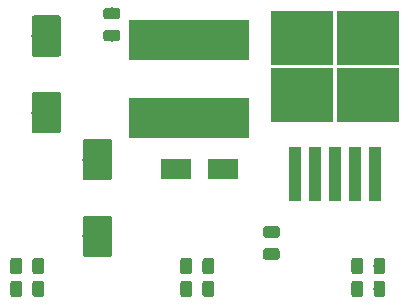
<source format=gbr>
G04 #@! TF.GenerationSoftware,KiCad,Pcbnew,(5.1.4)-1*
G04 #@! TF.CreationDate,2020-03-17T15:48:54+01:00*
G04 #@! TF.ProjectId,dispatch,64697370-6174-4636-982e-6b696361645f,rev?*
G04 #@! TF.SameCoordinates,Original*
G04 #@! TF.FileFunction,Paste,Top*
G04 #@! TF.FilePolarity,Positive*
%FSLAX46Y46*%
G04 Gerber Fmt 4.6, Leading zero omitted, Abs format (unit mm)*
G04 Created by KiCad (PCBNEW (5.1.4)-1) date 2020-03-17 15:48:54*
%MOMM*%
%LPD*%
G04 APERTURE LIST*
%ADD10C,0.100000*%
%ADD11C,0.975000*%
%ADD12C,2.500000*%
%ADD13R,2.500000X1.800000*%
%ADD14R,10.200000X3.500000*%
%ADD15R,1.100000X4.600000*%
%ADD16R,5.250000X4.550000*%
G04 APERTURE END LIST*
D10*
G36*
X87246542Y-69842174D02*
G01*
X87270203Y-69845684D01*
X87293407Y-69851496D01*
X87315929Y-69859554D01*
X87337553Y-69869782D01*
X87358070Y-69882079D01*
X87377283Y-69896329D01*
X87395007Y-69912393D01*
X87411071Y-69930117D01*
X87425321Y-69949330D01*
X87437618Y-69969847D01*
X87447846Y-69991471D01*
X87455904Y-70013993D01*
X87461716Y-70037197D01*
X87465226Y-70060858D01*
X87466400Y-70084750D01*
X87466400Y-70572250D01*
X87465226Y-70596142D01*
X87461716Y-70619803D01*
X87455904Y-70643007D01*
X87447846Y-70665529D01*
X87437618Y-70687153D01*
X87425321Y-70707670D01*
X87411071Y-70726883D01*
X87395007Y-70744607D01*
X87377283Y-70760671D01*
X87358070Y-70774921D01*
X87337553Y-70787218D01*
X87315929Y-70797446D01*
X87293407Y-70805504D01*
X87270203Y-70811316D01*
X87246542Y-70814826D01*
X87222650Y-70816000D01*
X86310150Y-70816000D01*
X86286258Y-70814826D01*
X86262597Y-70811316D01*
X86239393Y-70805504D01*
X86216871Y-70797446D01*
X86195247Y-70787218D01*
X86174730Y-70774921D01*
X86155517Y-70760671D01*
X86137793Y-70744607D01*
X86121729Y-70726883D01*
X86107479Y-70707670D01*
X86095182Y-70687153D01*
X86084954Y-70665529D01*
X86076896Y-70643007D01*
X86071084Y-70619803D01*
X86067574Y-70596142D01*
X86066400Y-70572250D01*
X86066400Y-70084750D01*
X86067574Y-70060858D01*
X86071084Y-70037197D01*
X86076896Y-70013993D01*
X86084954Y-69991471D01*
X86095182Y-69969847D01*
X86107479Y-69949330D01*
X86121729Y-69930117D01*
X86137793Y-69912393D01*
X86155517Y-69896329D01*
X86174730Y-69882079D01*
X86195247Y-69869782D01*
X86216871Y-69859554D01*
X86239393Y-69851496D01*
X86262597Y-69845684D01*
X86286258Y-69842174D01*
X86310150Y-69841000D01*
X87222650Y-69841000D01*
X87246542Y-69842174D01*
X87246542Y-69842174D01*
G37*
D11*
X86766400Y-70328500D03*
D10*
G36*
X87246542Y-71717174D02*
G01*
X87270203Y-71720684D01*
X87293407Y-71726496D01*
X87315929Y-71734554D01*
X87337553Y-71744782D01*
X87358070Y-71757079D01*
X87377283Y-71771329D01*
X87395007Y-71787393D01*
X87411071Y-71805117D01*
X87425321Y-71824330D01*
X87437618Y-71844847D01*
X87447846Y-71866471D01*
X87455904Y-71888993D01*
X87461716Y-71912197D01*
X87465226Y-71935858D01*
X87466400Y-71959750D01*
X87466400Y-72447250D01*
X87465226Y-72471142D01*
X87461716Y-72494803D01*
X87455904Y-72518007D01*
X87447846Y-72540529D01*
X87437618Y-72562153D01*
X87425321Y-72582670D01*
X87411071Y-72601883D01*
X87395007Y-72619607D01*
X87377283Y-72635671D01*
X87358070Y-72649921D01*
X87337553Y-72662218D01*
X87315929Y-72672446D01*
X87293407Y-72680504D01*
X87270203Y-72686316D01*
X87246542Y-72689826D01*
X87222650Y-72691000D01*
X86310150Y-72691000D01*
X86286258Y-72689826D01*
X86262597Y-72686316D01*
X86239393Y-72680504D01*
X86216871Y-72672446D01*
X86195247Y-72662218D01*
X86174730Y-72649921D01*
X86155517Y-72635671D01*
X86137793Y-72619607D01*
X86121729Y-72601883D01*
X86107479Y-72582670D01*
X86095182Y-72562153D01*
X86084954Y-72540529D01*
X86076896Y-72518007D01*
X86071084Y-72494803D01*
X86067574Y-72471142D01*
X86066400Y-72447250D01*
X86066400Y-71959750D01*
X86067574Y-71935858D01*
X86071084Y-71912197D01*
X86076896Y-71888993D01*
X86084954Y-71866471D01*
X86095182Y-71844847D01*
X86107479Y-71824330D01*
X86121729Y-71805117D01*
X86137793Y-71787393D01*
X86155517Y-71771329D01*
X86174730Y-71757079D01*
X86195247Y-71744782D01*
X86216871Y-71734554D01*
X86239393Y-71726496D01*
X86262597Y-71720684D01*
X86286258Y-71717174D01*
X86310150Y-71716000D01*
X87222650Y-71716000D01*
X87246542Y-71717174D01*
X87246542Y-71717174D01*
G37*
D11*
X86766400Y-72203500D03*
D10*
G36*
X82253704Y-76983604D02*
G01*
X82277973Y-76987204D01*
X82301771Y-76993165D01*
X82324871Y-77001430D01*
X82347049Y-77011920D01*
X82368093Y-77024533D01*
X82387798Y-77039147D01*
X82405977Y-77055623D01*
X82422453Y-77073802D01*
X82437067Y-77093507D01*
X82449680Y-77114551D01*
X82460170Y-77136729D01*
X82468435Y-77159829D01*
X82474396Y-77183627D01*
X82477996Y-77207896D01*
X82479200Y-77232400D01*
X82479200Y-80232400D01*
X82477996Y-80256904D01*
X82474396Y-80281173D01*
X82468435Y-80304971D01*
X82460170Y-80328071D01*
X82449680Y-80350249D01*
X82437067Y-80371293D01*
X82422453Y-80390998D01*
X82405977Y-80409177D01*
X82387798Y-80425653D01*
X82368093Y-80440267D01*
X82347049Y-80452880D01*
X82324871Y-80463370D01*
X82301771Y-80471635D01*
X82277973Y-80477596D01*
X82253704Y-80481196D01*
X82229200Y-80482400D01*
X80229200Y-80482400D01*
X80204696Y-80481196D01*
X80180427Y-80477596D01*
X80156629Y-80471635D01*
X80133529Y-80463370D01*
X80111351Y-80452880D01*
X80090307Y-80440267D01*
X80070602Y-80425653D01*
X80052423Y-80409177D01*
X80035947Y-80390998D01*
X80021333Y-80371293D01*
X80008720Y-80350249D01*
X79998230Y-80328071D01*
X79989965Y-80304971D01*
X79984004Y-80281173D01*
X79980404Y-80256904D01*
X79979200Y-80232400D01*
X79979200Y-77232400D01*
X79980404Y-77207896D01*
X79984004Y-77183627D01*
X79989965Y-77159829D01*
X79998230Y-77136729D01*
X80008720Y-77114551D01*
X80021333Y-77093507D01*
X80035947Y-77073802D01*
X80052423Y-77055623D01*
X80070602Y-77039147D01*
X80090307Y-77024533D01*
X80111351Y-77011920D01*
X80133529Y-77001430D01*
X80156629Y-76993165D01*
X80180427Y-76987204D01*
X80204696Y-76983604D01*
X80229200Y-76982400D01*
X82229200Y-76982400D01*
X82253704Y-76983604D01*
X82253704Y-76983604D01*
G37*
D12*
X81229200Y-78732400D03*
D10*
G36*
X82253704Y-70483604D02*
G01*
X82277973Y-70487204D01*
X82301771Y-70493165D01*
X82324871Y-70501430D01*
X82347049Y-70511920D01*
X82368093Y-70524533D01*
X82387798Y-70539147D01*
X82405977Y-70555623D01*
X82422453Y-70573802D01*
X82437067Y-70593507D01*
X82449680Y-70614551D01*
X82460170Y-70636729D01*
X82468435Y-70659829D01*
X82474396Y-70683627D01*
X82477996Y-70707896D01*
X82479200Y-70732400D01*
X82479200Y-73732400D01*
X82477996Y-73756904D01*
X82474396Y-73781173D01*
X82468435Y-73804971D01*
X82460170Y-73828071D01*
X82449680Y-73850249D01*
X82437067Y-73871293D01*
X82422453Y-73890998D01*
X82405977Y-73909177D01*
X82387798Y-73925653D01*
X82368093Y-73940267D01*
X82347049Y-73952880D01*
X82324871Y-73963370D01*
X82301771Y-73971635D01*
X82277973Y-73977596D01*
X82253704Y-73981196D01*
X82229200Y-73982400D01*
X80229200Y-73982400D01*
X80204696Y-73981196D01*
X80180427Y-73977596D01*
X80156629Y-73971635D01*
X80133529Y-73963370D01*
X80111351Y-73952880D01*
X80090307Y-73940267D01*
X80070602Y-73925653D01*
X80052423Y-73909177D01*
X80035947Y-73890998D01*
X80021333Y-73871293D01*
X80008720Y-73850249D01*
X79998230Y-73828071D01*
X79989965Y-73804971D01*
X79984004Y-73781173D01*
X79980404Y-73756904D01*
X79979200Y-73732400D01*
X79979200Y-70732400D01*
X79980404Y-70707896D01*
X79984004Y-70683627D01*
X79989965Y-70659829D01*
X79998230Y-70636729D01*
X80008720Y-70614551D01*
X80021333Y-70593507D01*
X80035947Y-70573802D01*
X80052423Y-70555623D01*
X80070602Y-70539147D01*
X80090307Y-70524533D01*
X80111351Y-70511920D01*
X80133529Y-70501430D01*
X80156629Y-70493165D01*
X80180427Y-70487204D01*
X80204696Y-70483604D01*
X80229200Y-70482400D01*
X82229200Y-70482400D01*
X82253704Y-70483604D01*
X82253704Y-70483604D01*
G37*
D12*
X81229200Y-72232400D03*
D10*
G36*
X86571704Y-80948404D02*
G01*
X86595973Y-80952004D01*
X86619771Y-80957965D01*
X86642871Y-80966230D01*
X86665049Y-80976720D01*
X86686093Y-80989333D01*
X86705798Y-81003947D01*
X86723977Y-81020423D01*
X86740453Y-81038602D01*
X86755067Y-81058307D01*
X86767680Y-81079351D01*
X86778170Y-81101529D01*
X86786435Y-81124629D01*
X86792396Y-81148427D01*
X86795996Y-81172696D01*
X86797200Y-81197200D01*
X86797200Y-84197200D01*
X86795996Y-84221704D01*
X86792396Y-84245973D01*
X86786435Y-84269771D01*
X86778170Y-84292871D01*
X86767680Y-84315049D01*
X86755067Y-84336093D01*
X86740453Y-84355798D01*
X86723977Y-84373977D01*
X86705798Y-84390453D01*
X86686093Y-84405067D01*
X86665049Y-84417680D01*
X86642871Y-84428170D01*
X86619771Y-84436435D01*
X86595973Y-84442396D01*
X86571704Y-84445996D01*
X86547200Y-84447200D01*
X84547200Y-84447200D01*
X84522696Y-84445996D01*
X84498427Y-84442396D01*
X84474629Y-84436435D01*
X84451529Y-84428170D01*
X84429351Y-84417680D01*
X84408307Y-84405067D01*
X84388602Y-84390453D01*
X84370423Y-84373977D01*
X84353947Y-84355798D01*
X84339333Y-84336093D01*
X84326720Y-84315049D01*
X84316230Y-84292871D01*
X84307965Y-84269771D01*
X84302004Y-84245973D01*
X84298404Y-84221704D01*
X84297200Y-84197200D01*
X84297200Y-81197200D01*
X84298404Y-81172696D01*
X84302004Y-81148427D01*
X84307965Y-81124629D01*
X84316230Y-81101529D01*
X84326720Y-81079351D01*
X84339333Y-81058307D01*
X84353947Y-81038602D01*
X84370423Y-81020423D01*
X84388602Y-81003947D01*
X84408307Y-80989333D01*
X84429351Y-80976720D01*
X84451529Y-80966230D01*
X84474629Y-80957965D01*
X84498427Y-80952004D01*
X84522696Y-80948404D01*
X84547200Y-80947200D01*
X86547200Y-80947200D01*
X86571704Y-80948404D01*
X86571704Y-80948404D01*
G37*
D12*
X85547200Y-82697200D03*
D10*
G36*
X86571704Y-87448404D02*
G01*
X86595973Y-87452004D01*
X86619771Y-87457965D01*
X86642871Y-87466230D01*
X86665049Y-87476720D01*
X86686093Y-87489333D01*
X86705798Y-87503947D01*
X86723977Y-87520423D01*
X86740453Y-87538602D01*
X86755067Y-87558307D01*
X86767680Y-87579351D01*
X86778170Y-87601529D01*
X86786435Y-87624629D01*
X86792396Y-87648427D01*
X86795996Y-87672696D01*
X86797200Y-87697200D01*
X86797200Y-90697200D01*
X86795996Y-90721704D01*
X86792396Y-90745973D01*
X86786435Y-90769771D01*
X86778170Y-90792871D01*
X86767680Y-90815049D01*
X86755067Y-90836093D01*
X86740453Y-90855798D01*
X86723977Y-90873977D01*
X86705798Y-90890453D01*
X86686093Y-90905067D01*
X86665049Y-90917680D01*
X86642871Y-90928170D01*
X86619771Y-90936435D01*
X86595973Y-90942396D01*
X86571704Y-90945996D01*
X86547200Y-90947200D01*
X84547200Y-90947200D01*
X84522696Y-90945996D01*
X84498427Y-90942396D01*
X84474629Y-90936435D01*
X84451529Y-90928170D01*
X84429351Y-90917680D01*
X84408307Y-90905067D01*
X84388602Y-90890453D01*
X84370423Y-90873977D01*
X84353947Y-90855798D01*
X84339333Y-90836093D01*
X84326720Y-90815049D01*
X84316230Y-90792871D01*
X84307965Y-90769771D01*
X84302004Y-90745973D01*
X84298404Y-90721704D01*
X84297200Y-90697200D01*
X84297200Y-87697200D01*
X84298404Y-87672696D01*
X84302004Y-87648427D01*
X84307965Y-87624629D01*
X84316230Y-87601529D01*
X84326720Y-87579351D01*
X84339333Y-87558307D01*
X84353947Y-87538602D01*
X84370423Y-87520423D01*
X84388602Y-87503947D01*
X84408307Y-87489333D01*
X84429351Y-87476720D01*
X84451529Y-87466230D01*
X84474629Y-87457965D01*
X84498427Y-87452004D01*
X84522696Y-87448404D01*
X84547200Y-87447200D01*
X86547200Y-87447200D01*
X86571704Y-87448404D01*
X86571704Y-87448404D01*
G37*
D12*
X85547200Y-89197200D03*
D10*
G36*
X95205142Y-91014174D02*
G01*
X95228803Y-91017684D01*
X95252007Y-91023496D01*
X95274529Y-91031554D01*
X95296153Y-91041782D01*
X95316670Y-91054079D01*
X95335883Y-91068329D01*
X95353607Y-91084393D01*
X95369671Y-91102117D01*
X95383921Y-91121330D01*
X95396218Y-91141847D01*
X95406446Y-91163471D01*
X95414504Y-91185993D01*
X95420316Y-91209197D01*
X95423826Y-91232858D01*
X95425000Y-91256750D01*
X95425000Y-92169250D01*
X95423826Y-92193142D01*
X95420316Y-92216803D01*
X95414504Y-92240007D01*
X95406446Y-92262529D01*
X95396218Y-92284153D01*
X95383921Y-92304670D01*
X95369671Y-92323883D01*
X95353607Y-92341607D01*
X95335883Y-92357671D01*
X95316670Y-92371921D01*
X95296153Y-92384218D01*
X95274529Y-92394446D01*
X95252007Y-92402504D01*
X95228803Y-92408316D01*
X95205142Y-92411826D01*
X95181250Y-92413000D01*
X94693750Y-92413000D01*
X94669858Y-92411826D01*
X94646197Y-92408316D01*
X94622993Y-92402504D01*
X94600471Y-92394446D01*
X94578847Y-92384218D01*
X94558330Y-92371921D01*
X94539117Y-92357671D01*
X94521393Y-92341607D01*
X94505329Y-92323883D01*
X94491079Y-92304670D01*
X94478782Y-92284153D01*
X94468554Y-92262529D01*
X94460496Y-92240007D01*
X94454684Y-92216803D01*
X94451174Y-92193142D01*
X94450000Y-92169250D01*
X94450000Y-91256750D01*
X94451174Y-91232858D01*
X94454684Y-91209197D01*
X94460496Y-91185993D01*
X94468554Y-91163471D01*
X94478782Y-91141847D01*
X94491079Y-91121330D01*
X94505329Y-91102117D01*
X94521393Y-91084393D01*
X94539117Y-91068329D01*
X94558330Y-91054079D01*
X94578847Y-91041782D01*
X94600471Y-91031554D01*
X94622993Y-91023496D01*
X94646197Y-91017684D01*
X94669858Y-91014174D01*
X94693750Y-91013000D01*
X95181250Y-91013000D01*
X95205142Y-91014174D01*
X95205142Y-91014174D01*
G37*
D11*
X94937500Y-91713000D03*
D10*
G36*
X93330142Y-91014174D02*
G01*
X93353803Y-91017684D01*
X93377007Y-91023496D01*
X93399529Y-91031554D01*
X93421153Y-91041782D01*
X93441670Y-91054079D01*
X93460883Y-91068329D01*
X93478607Y-91084393D01*
X93494671Y-91102117D01*
X93508921Y-91121330D01*
X93521218Y-91141847D01*
X93531446Y-91163471D01*
X93539504Y-91185993D01*
X93545316Y-91209197D01*
X93548826Y-91232858D01*
X93550000Y-91256750D01*
X93550000Y-92169250D01*
X93548826Y-92193142D01*
X93545316Y-92216803D01*
X93539504Y-92240007D01*
X93531446Y-92262529D01*
X93521218Y-92284153D01*
X93508921Y-92304670D01*
X93494671Y-92323883D01*
X93478607Y-92341607D01*
X93460883Y-92357671D01*
X93441670Y-92371921D01*
X93421153Y-92384218D01*
X93399529Y-92394446D01*
X93377007Y-92402504D01*
X93353803Y-92408316D01*
X93330142Y-92411826D01*
X93306250Y-92413000D01*
X92818750Y-92413000D01*
X92794858Y-92411826D01*
X92771197Y-92408316D01*
X92747993Y-92402504D01*
X92725471Y-92394446D01*
X92703847Y-92384218D01*
X92683330Y-92371921D01*
X92664117Y-92357671D01*
X92646393Y-92341607D01*
X92630329Y-92323883D01*
X92616079Y-92304670D01*
X92603782Y-92284153D01*
X92593554Y-92262529D01*
X92585496Y-92240007D01*
X92579684Y-92216803D01*
X92576174Y-92193142D01*
X92575000Y-92169250D01*
X92575000Y-91256750D01*
X92576174Y-91232858D01*
X92579684Y-91209197D01*
X92585496Y-91185993D01*
X92593554Y-91163471D01*
X92603782Y-91141847D01*
X92616079Y-91121330D01*
X92630329Y-91102117D01*
X92646393Y-91084393D01*
X92664117Y-91068329D01*
X92683330Y-91054079D01*
X92703847Y-91041782D01*
X92725471Y-91031554D01*
X92747993Y-91023496D01*
X92771197Y-91017684D01*
X92794858Y-91014174D01*
X92818750Y-91013000D01*
X93306250Y-91013000D01*
X93330142Y-91014174D01*
X93330142Y-91014174D01*
G37*
D11*
X93062500Y-91713000D03*
D10*
G36*
X80810142Y-91014174D02*
G01*
X80833803Y-91017684D01*
X80857007Y-91023496D01*
X80879529Y-91031554D01*
X80901153Y-91041782D01*
X80921670Y-91054079D01*
X80940883Y-91068329D01*
X80958607Y-91084393D01*
X80974671Y-91102117D01*
X80988921Y-91121330D01*
X81001218Y-91141847D01*
X81011446Y-91163471D01*
X81019504Y-91185993D01*
X81025316Y-91209197D01*
X81028826Y-91232858D01*
X81030000Y-91256750D01*
X81030000Y-92169250D01*
X81028826Y-92193142D01*
X81025316Y-92216803D01*
X81019504Y-92240007D01*
X81011446Y-92262529D01*
X81001218Y-92284153D01*
X80988921Y-92304670D01*
X80974671Y-92323883D01*
X80958607Y-92341607D01*
X80940883Y-92357671D01*
X80921670Y-92371921D01*
X80901153Y-92384218D01*
X80879529Y-92394446D01*
X80857007Y-92402504D01*
X80833803Y-92408316D01*
X80810142Y-92411826D01*
X80786250Y-92413000D01*
X80298750Y-92413000D01*
X80274858Y-92411826D01*
X80251197Y-92408316D01*
X80227993Y-92402504D01*
X80205471Y-92394446D01*
X80183847Y-92384218D01*
X80163330Y-92371921D01*
X80144117Y-92357671D01*
X80126393Y-92341607D01*
X80110329Y-92323883D01*
X80096079Y-92304670D01*
X80083782Y-92284153D01*
X80073554Y-92262529D01*
X80065496Y-92240007D01*
X80059684Y-92216803D01*
X80056174Y-92193142D01*
X80055000Y-92169250D01*
X80055000Y-91256750D01*
X80056174Y-91232858D01*
X80059684Y-91209197D01*
X80065496Y-91185993D01*
X80073554Y-91163471D01*
X80083782Y-91141847D01*
X80096079Y-91121330D01*
X80110329Y-91102117D01*
X80126393Y-91084393D01*
X80144117Y-91068329D01*
X80163330Y-91054079D01*
X80183847Y-91041782D01*
X80205471Y-91031554D01*
X80227993Y-91023496D01*
X80251197Y-91017684D01*
X80274858Y-91014174D01*
X80298750Y-91013000D01*
X80786250Y-91013000D01*
X80810142Y-91014174D01*
X80810142Y-91014174D01*
G37*
D11*
X80542500Y-91713000D03*
D10*
G36*
X78935142Y-91014174D02*
G01*
X78958803Y-91017684D01*
X78982007Y-91023496D01*
X79004529Y-91031554D01*
X79026153Y-91041782D01*
X79046670Y-91054079D01*
X79065883Y-91068329D01*
X79083607Y-91084393D01*
X79099671Y-91102117D01*
X79113921Y-91121330D01*
X79126218Y-91141847D01*
X79136446Y-91163471D01*
X79144504Y-91185993D01*
X79150316Y-91209197D01*
X79153826Y-91232858D01*
X79155000Y-91256750D01*
X79155000Y-92169250D01*
X79153826Y-92193142D01*
X79150316Y-92216803D01*
X79144504Y-92240007D01*
X79136446Y-92262529D01*
X79126218Y-92284153D01*
X79113921Y-92304670D01*
X79099671Y-92323883D01*
X79083607Y-92341607D01*
X79065883Y-92357671D01*
X79046670Y-92371921D01*
X79026153Y-92384218D01*
X79004529Y-92394446D01*
X78982007Y-92402504D01*
X78958803Y-92408316D01*
X78935142Y-92411826D01*
X78911250Y-92413000D01*
X78423750Y-92413000D01*
X78399858Y-92411826D01*
X78376197Y-92408316D01*
X78352993Y-92402504D01*
X78330471Y-92394446D01*
X78308847Y-92384218D01*
X78288330Y-92371921D01*
X78269117Y-92357671D01*
X78251393Y-92341607D01*
X78235329Y-92323883D01*
X78221079Y-92304670D01*
X78208782Y-92284153D01*
X78198554Y-92262529D01*
X78190496Y-92240007D01*
X78184684Y-92216803D01*
X78181174Y-92193142D01*
X78180000Y-92169250D01*
X78180000Y-91256750D01*
X78181174Y-91232858D01*
X78184684Y-91209197D01*
X78190496Y-91185993D01*
X78198554Y-91163471D01*
X78208782Y-91141847D01*
X78221079Y-91121330D01*
X78235329Y-91102117D01*
X78251393Y-91084393D01*
X78269117Y-91068329D01*
X78288330Y-91054079D01*
X78308847Y-91041782D01*
X78330471Y-91031554D01*
X78352993Y-91023496D01*
X78376197Y-91017684D01*
X78399858Y-91014174D01*
X78423750Y-91013000D01*
X78911250Y-91013000D01*
X78935142Y-91014174D01*
X78935142Y-91014174D01*
G37*
D11*
X78667500Y-91713000D03*
D10*
G36*
X109690842Y-91014174D02*
G01*
X109714503Y-91017684D01*
X109737707Y-91023496D01*
X109760229Y-91031554D01*
X109781853Y-91041782D01*
X109802370Y-91054079D01*
X109821583Y-91068329D01*
X109839307Y-91084393D01*
X109855371Y-91102117D01*
X109869621Y-91121330D01*
X109881918Y-91141847D01*
X109892146Y-91163471D01*
X109900204Y-91185993D01*
X109906016Y-91209197D01*
X109909526Y-91232858D01*
X109910700Y-91256750D01*
X109910700Y-92169250D01*
X109909526Y-92193142D01*
X109906016Y-92216803D01*
X109900204Y-92240007D01*
X109892146Y-92262529D01*
X109881918Y-92284153D01*
X109869621Y-92304670D01*
X109855371Y-92323883D01*
X109839307Y-92341607D01*
X109821583Y-92357671D01*
X109802370Y-92371921D01*
X109781853Y-92384218D01*
X109760229Y-92394446D01*
X109737707Y-92402504D01*
X109714503Y-92408316D01*
X109690842Y-92411826D01*
X109666950Y-92413000D01*
X109179450Y-92413000D01*
X109155558Y-92411826D01*
X109131897Y-92408316D01*
X109108693Y-92402504D01*
X109086171Y-92394446D01*
X109064547Y-92384218D01*
X109044030Y-92371921D01*
X109024817Y-92357671D01*
X109007093Y-92341607D01*
X108991029Y-92323883D01*
X108976779Y-92304670D01*
X108964482Y-92284153D01*
X108954254Y-92262529D01*
X108946196Y-92240007D01*
X108940384Y-92216803D01*
X108936874Y-92193142D01*
X108935700Y-92169250D01*
X108935700Y-91256750D01*
X108936874Y-91232858D01*
X108940384Y-91209197D01*
X108946196Y-91185993D01*
X108954254Y-91163471D01*
X108964482Y-91141847D01*
X108976779Y-91121330D01*
X108991029Y-91102117D01*
X109007093Y-91084393D01*
X109024817Y-91068329D01*
X109044030Y-91054079D01*
X109064547Y-91041782D01*
X109086171Y-91031554D01*
X109108693Y-91023496D01*
X109131897Y-91017684D01*
X109155558Y-91014174D01*
X109179450Y-91013000D01*
X109666950Y-91013000D01*
X109690842Y-91014174D01*
X109690842Y-91014174D01*
G37*
D11*
X109423200Y-91713000D03*
D10*
G36*
X107815842Y-91014174D02*
G01*
X107839503Y-91017684D01*
X107862707Y-91023496D01*
X107885229Y-91031554D01*
X107906853Y-91041782D01*
X107927370Y-91054079D01*
X107946583Y-91068329D01*
X107964307Y-91084393D01*
X107980371Y-91102117D01*
X107994621Y-91121330D01*
X108006918Y-91141847D01*
X108017146Y-91163471D01*
X108025204Y-91185993D01*
X108031016Y-91209197D01*
X108034526Y-91232858D01*
X108035700Y-91256750D01*
X108035700Y-92169250D01*
X108034526Y-92193142D01*
X108031016Y-92216803D01*
X108025204Y-92240007D01*
X108017146Y-92262529D01*
X108006918Y-92284153D01*
X107994621Y-92304670D01*
X107980371Y-92323883D01*
X107964307Y-92341607D01*
X107946583Y-92357671D01*
X107927370Y-92371921D01*
X107906853Y-92384218D01*
X107885229Y-92394446D01*
X107862707Y-92402504D01*
X107839503Y-92408316D01*
X107815842Y-92411826D01*
X107791950Y-92413000D01*
X107304450Y-92413000D01*
X107280558Y-92411826D01*
X107256897Y-92408316D01*
X107233693Y-92402504D01*
X107211171Y-92394446D01*
X107189547Y-92384218D01*
X107169030Y-92371921D01*
X107149817Y-92357671D01*
X107132093Y-92341607D01*
X107116029Y-92323883D01*
X107101779Y-92304670D01*
X107089482Y-92284153D01*
X107079254Y-92262529D01*
X107071196Y-92240007D01*
X107065384Y-92216803D01*
X107061874Y-92193142D01*
X107060700Y-92169250D01*
X107060700Y-91256750D01*
X107061874Y-91232858D01*
X107065384Y-91209197D01*
X107071196Y-91185993D01*
X107079254Y-91163471D01*
X107089482Y-91141847D01*
X107101779Y-91121330D01*
X107116029Y-91102117D01*
X107132093Y-91084393D01*
X107149817Y-91068329D01*
X107169030Y-91054079D01*
X107189547Y-91041782D01*
X107211171Y-91031554D01*
X107233693Y-91023496D01*
X107256897Y-91017684D01*
X107280558Y-91014174D01*
X107304450Y-91013000D01*
X107791950Y-91013000D01*
X107815842Y-91014174D01*
X107815842Y-91014174D01*
G37*
D11*
X107548200Y-91713000D03*
D10*
G36*
X95205142Y-92944574D02*
G01*
X95228803Y-92948084D01*
X95252007Y-92953896D01*
X95274529Y-92961954D01*
X95296153Y-92972182D01*
X95316670Y-92984479D01*
X95335883Y-92998729D01*
X95353607Y-93014793D01*
X95369671Y-93032517D01*
X95383921Y-93051730D01*
X95396218Y-93072247D01*
X95406446Y-93093871D01*
X95414504Y-93116393D01*
X95420316Y-93139597D01*
X95423826Y-93163258D01*
X95425000Y-93187150D01*
X95425000Y-94099650D01*
X95423826Y-94123542D01*
X95420316Y-94147203D01*
X95414504Y-94170407D01*
X95406446Y-94192929D01*
X95396218Y-94214553D01*
X95383921Y-94235070D01*
X95369671Y-94254283D01*
X95353607Y-94272007D01*
X95335883Y-94288071D01*
X95316670Y-94302321D01*
X95296153Y-94314618D01*
X95274529Y-94324846D01*
X95252007Y-94332904D01*
X95228803Y-94338716D01*
X95205142Y-94342226D01*
X95181250Y-94343400D01*
X94693750Y-94343400D01*
X94669858Y-94342226D01*
X94646197Y-94338716D01*
X94622993Y-94332904D01*
X94600471Y-94324846D01*
X94578847Y-94314618D01*
X94558330Y-94302321D01*
X94539117Y-94288071D01*
X94521393Y-94272007D01*
X94505329Y-94254283D01*
X94491079Y-94235070D01*
X94478782Y-94214553D01*
X94468554Y-94192929D01*
X94460496Y-94170407D01*
X94454684Y-94147203D01*
X94451174Y-94123542D01*
X94450000Y-94099650D01*
X94450000Y-93187150D01*
X94451174Y-93163258D01*
X94454684Y-93139597D01*
X94460496Y-93116393D01*
X94468554Y-93093871D01*
X94478782Y-93072247D01*
X94491079Y-93051730D01*
X94505329Y-93032517D01*
X94521393Y-93014793D01*
X94539117Y-92998729D01*
X94558330Y-92984479D01*
X94578847Y-92972182D01*
X94600471Y-92961954D01*
X94622993Y-92953896D01*
X94646197Y-92948084D01*
X94669858Y-92944574D01*
X94693750Y-92943400D01*
X95181250Y-92943400D01*
X95205142Y-92944574D01*
X95205142Y-92944574D01*
G37*
D11*
X94937500Y-93643400D03*
D10*
G36*
X93330142Y-92944574D02*
G01*
X93353803Y-92948084D01*
X93377007Y-92953896D01*
X93399529Y-92961954D01*
X93421153Y-92972182D01*
X93441670Y-92984479D01*
X93460883Y-92998729D01*
X93478607Y-93014793D01*
X93494671Y-93032517D01*
X93508921Y-93051730D01*
X93521218Y-93072247D01*
X93531446Y-93093871D01*
X93539504Y-93116393D01*
X93545316Y-93139597D01*
X93548826Y-93163258D01*
X93550000Y-93187150D01*
X93550000Y-94099650D01*
X93548826Y-94123542D01*
X93545316Y-94147203D01*
X93539504Y-94170407D01*
X93531446Y-94192929D01*
X93521218Y-94214553D01*
X93508921Y-94235070D01*
X93494671Y-94254283D01*
X93478607Y-94272007D01*
X93460883Y-94288071D01*
X93441670Y-94302321D01*
X93421153Y-94314618D01*
X93399529Y-94324846D01*
X93377007Y-94332904D01*
X93353803Y-94338716D01*
X93330142Y-94342226D01*
X93306250Y-94343400D01*
X92818750Y-94343400D01*
X92794858Y-94342226D01*
X92771197Y-94338716D01*
X92747993Y-94332904D01*
X92725471Y-94324846D01*
X92703847Y-94314618D01*
X92683330Y-94302321D01*
X92664117Y-94288071D01*
X92646393Y-94272007D01*
X92630329Y-94254283D01*
X92616079Y-94235070D01*
X92603782Y-94214553D01*
X92593554Y-94192929D01*
X92585496Y-94170407D01*
X92579684Y-94147203D01*
X92576174Y-94123542D01*
X92575000Y-94099650D01*
X92575000Y-93187150D01*
X92576174Y-93163258D01*
X92579684Y-93139597D01*
X92585496Y-93116393D01*
X92593554Y-93093871D01*
X92603782Y-93072247D01*
X92616079Y-93051730D01*
X92630329Y-93032517D01*
X92646393Y-93014793D01*
X92664117Y-92998729D01*
X92683330Y-92984479D01*
X92703847Y-92972182D01*
X92725471Y-92961954D01*
X92747993Y-92953896D01*
X92771197Y-92948084D01*
X92794858Y-92944574D01*
X92818750Y-92943400D01*
X93306250Y-92943400D01*
X93330142Y-92944574D01*
X93330142Y-92944574D01*
G37*
D11*
X93062500Y-93643400D03*
D10*
G36*
X80810142Y-92944574D02*
G01*
X80833803Y-92948084D01*
X80857007Y-92953896D01*
X80879529Y-92961954D01*
X80901153Y-92972182D01*
X80921670Y-92984479D01*
X80940883Y-92998729D01*
X80958607Y-93014793D01*
X80974671Y-93032517D01*
X80988921Y-93051730D01*
X81001218Y-93072247D01*
X81011446Y-93093871D01*
X81019504Y-93116393D01*
X81025316Y-93139597D01*
X81028826Y-93163258D01*
X81030000Y-93187150D01*
X81030000Y-94099650D01*
X81028826Y-94123542D01*
X81025316Y-94147203D01*
X81019504Y-94170407D01*
X81011446Y-94192929D01*
X81001218Y-94214553D01*
X80988921Y-94235070D01*
X80974671Y-94254283D01*
X80958607Y-94272007D01*
X80940883Y-94288071D01*
X80921670Y-94302321D01*
X80901153Y-94314618D01*
X80879529Y-94324846D01*
X80857007Y-94332904D01*
X80833803Y-94338716D01*
X80810142Y-94342226D01*
X80786250Y-94343400D01*
X80298750Y-94343400D01*
X80274858Y-94342226D01*
X80251197Y-94338716D01*
X80227993Y-94332904D01*
X80205471Y-94324846D01*
X80183847Y-94314618D01*
X80163330Y-94302321D01*
X80144117Y-94288071D01*
X80126393Y-94272007D01*
X80110329Y-94254283D01*
X80096079Y-94235070D01*
X80083782Y-94214553D01*
X80073554Y-94192929D01*
X80065496Y-94170407D01*
X80059684Y-94147203D01*
X80056174Y-94123542D01*
X80055000Y-94099650D01*
X80055000Y-93187150D01*
X80056174Y-93163258D01*
X80059684Y-93139597D01*
X80065496Y-93116393D01*
X80073554Y-93093871D01*
X80083782Y-93072247D01*
X80096079Y-93051730D01*
X80110329Y-93032517D01*
X80126393Y-93014793D01*
X80144117Y-92998729D01*
X80163330Y-92984479D01*
X80183847Y-92972182D01*
X80205471Y-92961954D01*
X80227993Y-92953896D01*
X80251197Y-92948084D01*
X80274858Y-92944574D01*
X80298750Y-92943400D01*
X80786250Y-92943400D01*
X80810142Y-92944574D01*
X80810142Y-92944574D01*
G37*
D11*
X80542500Y-93643400D03*
D10*
G36*
X78935142Y-92944574D02*
G01*
X78958803Y-92948084D01*
X78982007Y-92953896D01*
X79004529Y-92961954D01*
X79026153Y-92972182D01*
X79046670Y-92984479D01*
X79065883Y-92998729D01*
X79083607Y-93014793D01*
X79099671Y-93032517D01*
X79113921Y-93051730D01*
X79126218Y-93072247D01*
X79136446Y-93093871D01*
X79144504Y-93116393D01*
X79150316Y-93139597D01*
X79153826Y-93163258D01*
X79155000Y-93187150D01*
X79155000Y-94099650D01*
X79153826Y-94123542D01*
X79150316Y-94147203D01*
X79144504Y-94170407D01*
X79136446Y-94192929D01*
X79126218Y-94214553D01*
X79113921Y-94235070D01*
X79099671Y-94254283D01*
X79083607Y-94272007D01*
X79065883Y-94288071D01*
X79046670Y-94302321D01*
X79026153Y-94314618D01*
X79004529Y-94324846D01*
X78982007Y-94332904D01*
X78958803Y-94338716D01*
X78935142Y-94342226D01*
X78911250Y-94343400D01*
X78423750Y-94343400D01*
X78399858Y-94342226D01*
X78376197Y-94338716D01*
X78352993Y-94332904D01*
X78330471Y-94324846D01*
X78308847Y-94314618D01*
X78288330Y-94302321D01*
X78269117Y-94288071D01*
X78251393Y-94272007D01*
X78235329Y-94254283D01*
X78221079Y-94235070D01*
X78208782Y-94214553D01*
X78198554Y-94192929D01*
X78190496Y-94170407D01*
X78184684Y-94147203D01*
X78181174Y-94123542D01*
X78180000Y-94099650D01*
X78180000Y-93187150D01*
X78181174Y-93163258D01*
X78184684Y-93139597D01*
X78190496Y-93116393D01*
X78198554Y-93093871D01*
X78208782Y-93072247D01*
X78221079Y-93051730D01*
X78235329Y-93032517D01*
X78251393Y-93014793D01*
X78269117Y-92998729D01*
X78288330Y-92984479D01*
X78308847Y-92972182D01*
X78330471Y-92961954D01*
X78352993Y-92953896D01*
X78376197Y-92948084D01*
X78399858Y-92944574D01*
X78423750Y-92943400D01*
X78911250Y-92943400D01*
X78935142Y-92944574D01*
X78935142Y-92944574D01*
G37*
D11*
X78667500Y-93643400D03*
D10*
G36*
X109688542Y-92944574D02*
G01*
X109712203Y-92948084D01*
X109735407Y-92953896D01*
X109757929Y-92961954D01*
X109779553Y-92972182D01*
X109800070Y-92984479D01*
X109819283Y-92998729D01*
X109837007Y-93014793D01*
X109853071Y-93032517D01*
X109867321Y-93051730D01*
X109879618Y-93072247D01*
X109889846Y-93093871D01*
X109897904Y-93116393D01*
X109903716Y-93139597D01*
X109907226Y-93163258D01*
X109908400Y-93187150D01*
X109908400Y-94099650D01*
X109907226Y-94123542D01*
X109903716Y-94147203D01*
X109897904Y-94170407D01*
X109889846Y-94192929D01*
X109879618Y-94214553D01*
X109867321Y-94235070D01*
X109853071Y-94254283D01*
X109837007Y-94272007D01*
X109819283Y-94288071D01*
X109800070Y-94302321D01*
X109779553Y-94314618D01*
X109757929Y-94324846D01*
X109735407Y-94332904D01*
X109712203Y-94338716D01*
X109688542Y-94342226D01*
X109664650Y-94343400D01*
X109177150Y-94343400D01*
X109153258Y-94342226D01*
X109129597Y-94338716D01*
X109106393Y-94332904D01*
X109083871Y-94324846D01*
X109062247Y-94314618D01*
X109041730Y-94302321D01*
X109022517Y-94288071D01*
X109004793Y-94272007D01*
X108988729Y-94254283D01*
X108974479Y-94235070D01*
X108962182Y-94214553D01*
X108951954Y-94192929D01*
X108943896Y-94170407D01*
X108938084Y-94147203D01*
X108934574Y-94123542D01*
X108933400Y-94099650D01*
X108933400Y-93187150D01*
X108934574Y-93163258D01*
X108938084Y-93139597D01*
X108943896Y-93116393D01*
X108951954Y-93093871D01*
X108962182Y-93072247D01*
X108974479Y-93051730D01*
X108988729Y-93032517D01*
X109004793Y-93014793D01*
X109022517Y-92998729D01*
X109041730Y-92984479D01*
X109062247Y-92972182D01*
X109083871Y-92961954D01*
X109106393Y-92953896D01*
X109129597Y-92948084D01*
X109153258Y-92944574D01*
X109177150Y-92943400D01*
X109664650Y-92943400D01*
X109688542Y-92944574D01*
X109688542Y-92944574D01*
G37*
D11*
X109420900Y-93643400D03*
D10*
G36*
X107813542Y-92944574D02*
G01*
X107837203Y-92948084D01*
X107860407Y-92953896D01*
X107882929Y-92961954D01*
X107904553Y-92972182D01*
X107925070Y-92984479D01*
X107944283Y-92998729D01*
X107962007Y-93014793D01*
X107978071Y-93032517D01*
X107992321Y-93051730D01*
X108004618Y-93072247D01*
X108014846Y-93093871D01*
X108022904Y-93116393D01*
X108028716Y-93139597D01*
X108032226Y-93163258D01*
X108033400Y-93187150D01*
X108033400Y-94099650D01*
X108032226Y-94123542D01*
X108028716Y-94147203D01*
X108022904Y-94170407D01*
X108014846Y-94192929D01*
X108004618Y-94214553D01*
X107992321Y-94235070D01*
X107978071Y-94254283D01*
X107962007Y-94272007D01*
X107944283Y-94288071D01*
X107925070Y-94302321D01*
X107904553Y-94314618D01*
X107882929Y-94324846D01*
X107860407Y-94332904D01*
X107837203Y-94338716D01*
X107813542Y-94342226D01*
X107789650Y-94343400D01*
X107302150Y-94343400D01*
X107278258Y-94342226D01*
X107254597Y-94338716D01*
X107231393Y-94332904D01*
X107208871Y-94324846D01*
X107187247Y-94314618D01*
X107166730Y-94302321D01*
X107147517Y-94288071D01*
X107129793Y-94272007D01*
X107113729Y-94254283D01*
X107099479Y-94235070D01*
X107087182Y-94214553D01*
X107076954Y-94192929D01*
X107068896Y-94170407D01*
X107063084Y-94147203D01*
X107059574Y-94123542D01*
X107058400Y-94099650D01*
X107058400Y-93187150D01*
X107059574Y-93163258D01*
X107063084Y-93139597D01*
X107068896Y-93116393D01*
X107076954Y-93093871D01*
X107087182Y-93072247D01*
X107099479Y-93051730D01*
X107113729Y-93032517D01*
X107129793Y-93014793D01*
X107147517Y-92998729D01*
X107166730Y-92984479D01*
X107187247Y-92972182D01*
X107208871Y-92961954D01*
X107231393Y-92953896D01*
X107254597Y-92948084D01*
X107278258Y-92944574D01*
X107302150Y-92943400D01*
X107789650Y-92943400D01*
X107813542Y-92944574D01*
X107813542Y-92944574D01*
G37*
D11*
X107545900Y-93643400D03*
D13*
X92183200Y-83508800D03*
X96183200Y-83508800D03*
D14*
X93268800Y-72538000D03*
X93268800Y-79138000D03*
D15*
X102276700Y-83949800D03*
X103976700Y-83949800D03*
X105676700Y-83949800D03*
X107376700Y-83949800D03*
X109076700Y-83949800D03*
D16*
X108451700Y-72374800D03*
X102901700Y-77224800D03*
X102901700Y-72374800D03*
X108451700Y-77224800D03*
D10*
G36*
X100759342Y-90208374D02*
G01*
X100783003Y-90211884D01*
X100806207Y-90217696D01*
X100828729Y-90225754D01*
X100850353Y-90235982D01*
X100870870Y-90248279D01*
X100890083Y-90262529D01*
X100907807Y-90278593D01*
X100923871Y-90296317D01*
X100938121Y-90315530D01*
X100950418Y-90336047D01*
X100960646Y-90357671D01*
X100968704Y-90380193D01*
X100974516Y-90403397D01*
X100978026Y-90427058D01*
X100979200Y-90450950D01*
X100979200Y-90938450D01*
X100978026Y-90962342D01*
X100974516Y-90986003D01*
X100968704Y-91009207D01*
X100960646Y-91031729D01*
X100950418Y-91053353D01*
X100938121Y-91073870D01*
X100923871Y-91093083D01*
X100907807Y-91110807D01*
X100890083Y-91126871D01*
X100870870Y-91141121D01*
X100850353Y-91153418D01*
X100828729Y-91163646D01*
X100806207Y-91171704D01*
X100783003Y-91177516D01*
X100759342Y-91181026D01*
X100735450Y-91182200D01*
X99822950Y-91182200D01*
X99799058Y-91181026D01*
X99775397Y-91177516D01*
X99752193Y-91171704D01*
X99729671Y-91163646D01*
X99708047Y-91153418D01*
X99687530Y-91141121D01*
X99668317Y-91126871D01*
X99650593Y-91110807D01*
X99634529Y-91093083D01*
X99620279Y-91073870D01*
X99607982Y-91053353D01*
X99597754Y-91031729D01*
X99589696Y-91009207D01*
X99583884Y-90986003D01*
X99580374Y-90962342D01*
X99579200Y-90938450D01*
X99579200Y-90450950D01*
X99580374Y-90427058D01*
X99583884Y-90403397D01*
X99589696Y-90380193D01*
X99597754Y-90357671D01*
X99607982Y-90336047D01*
X99620279Y-90315530D01*
X99634529Y-90296317D01*
X99650593Y-90278593D01*
X99668317Y-90262529D01*
X99687530Y-90248279D01*
X99708047Y-90235982D01*
X99729671Y-90225754D01*
X99752193Y-90217696D01*
X99775397Y-90211884D01*
X99799058Y-90208374D01*
X99822950Y-90207200D01*
X100735450Y-90207200D01*
X100759342Y-90208374D01*
X100759342Y-90208374D01*
G37*
D11*
X100279200Y-90694700D03*
D10*
G36*
X100759342Y-88333374D02*
G01*
X100783003Y-88336884D01*
X100806207Y-88342696D01*
X100828729Y-88350754D01*
X100850353Y-88360982D01*
X100870870Y-88373279D01*
X100890083Y-88387529D01*
X100907807Y-88403593D01*
X100923871Y-88421317D01*
X100938121Y-88440530D01*
X100950418Y-88461047D01*
X100960646Y-88482671D01*
X100968704Y-88505193D01*
X100974516Y-88528397D01*
X100978026Y-88552058D01*
X100979200Y-88575950D01*
X100979200Y-89063450D01*
X100978026Y-89087342D01*
X100974516Y-89111003D01*
X100968704Y-89134207D01*
X100960646Y-89156729D01*
X100950418Y-89178353D01*
X100938121Y-89198870D01*
X100923871Y-89218083D01*
X100907807Y-89235807D01*
X100890083Y-89251871D01*
X100870870Y-89266121D01*
X100850353Y-89278418D01*
X100828729Y-89288646D01*
X100806207Y-89296704D01*
X100783003Y-89302516D01*
X100759342Y-89306026D01*
X100735450Y-89307200D01*
X99822950Y-89307200D01*
X99799058Y-89306026D01*
X99775397Y-89302516D01*
X99752193Y-89296704D01*
X99729671Y-89288646D01*
X99708047Y-89278418D01*
X99687530Y-89266121D01*
X99668317Y-89251871D01*
X99650593Y-89235807D01*
X99634529Y-89218083D01*
X99620279Y-89198870D01*
X99607982Y-89178353D01*
X99597754Y-89156729D01*
X99589696Y-89134207D01*
X99583884Y-89111003D01*
X99580374Y-89087342D01*
X99579200Y-89063450D01*
X99579200Y-88575950D01*
X99580374Y-88552058D01*
X99583884Y-88528397D01*
X99589696Y-88505193D01*
X99597754Y-88482671D01*
X99607982Y-88461047D01*
X99620279Y-88440530D01*
X99634529Y-88421317D01*
X99650593Y-88403593D01*
X99668317Y-88387529D01*
X99687530Y-88373279D01*
X99708047Y-88360982D01*
X99729671Y-88350754D01*
X99752193Y-88342696D01*
X99775397Y-88336884D01*
X99799058Y-88333374D01*
X99822950Y-88332200D01*
X100735450Y-88332200D01*
X100759342Y-88333374D01*
X100759342Y-88333374D01*
G37*
D11*
X100279200Y-88819700D03*
M02*

</source>
